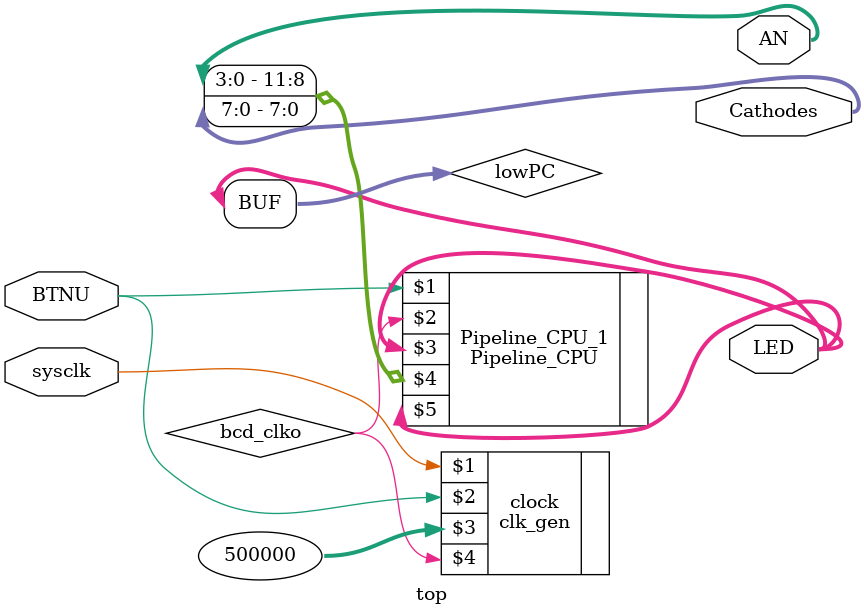
<source format=v>
module top(
    input sysclk,
    input BTNU,
    output [7:0] LED,
    output [7:0] Cathodes,
    output [3:0] AN
);

    parameter bcd_clock_div = 32'd500000; 

    wire [7:0]  lowPC;
    wire bcd_clko;

    assign LED = lowPC;

    clk_gen clock(sysclk, BTNU, bcd_clock_div, bcd_clko);
    Pipeline_CPU Pipeline_CPU_1(BTNU, bcd_clko, LED, {AN, Cathodes}, lowPC);
    
endmodule

</source>
